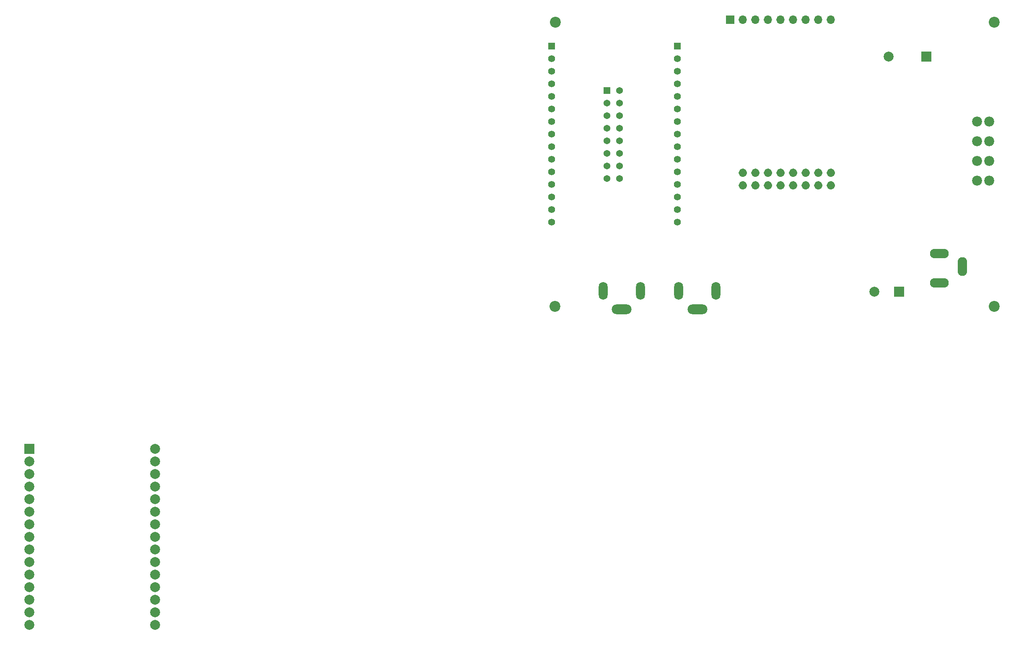
<source format=gbr>
%TF.GenerationSoftware,KiCad,Pcbnew,9.0.0*%
%TF.CreationDate,2025-04-30T10:49:43-04:00*%
%TF.ProjectId,W4MLB_Band_Display_V2,57344d4c-425f-4426-916e-645f44697370,1.0*%
%TF.SameCoordinates,Original*%
%TF.FileFunction,Soldermask,Bot*%
%TF.FilePolarity,Negative*%
%FSLAX46Y46*%
G04 Gerber Fmt 4.6, Leading zero omitted, Abs format (unit mm)*
G04 Created by KiCad (PCBNEW 9.0.0) date 2025-04-30 10:49:43*
%MOMM*%
%LPD*%
G01*
G04 APERTURE LIST*
%ADD10C,0.860984*%
%ADD11C,2.200000*%
%ADD12R,2.000000X2.000000*%
%ADD13C,2.000000*%
%ADD14O,4.000000X2.000000*%
%ADD15O,1.800000X3.600000*%
%ADD16R,1.390000X1.390000*%
%ADD17C,1.390000*%
%ADD18O,3.800000X1.900000*%
%ADD19O,1.900000X3.800000*%
%ADD20R,1.700000X1.700000*%
%ADD21O,1.700000X1.700000*%
%ADD22R,1.370000X1.370000*%
%ADD23C,1.370000*%
%ADD24C,2.019300*%
G04 APERTURE END LIST*
%TO.C,J4*%
D10*
X160900492Y-97460000D02*
G75*
G02*
X160039508Y-97460000I-430492J0D01*
G01*
X160039508Y-97460000D02*
G75*
G02*
X160900492Y-97460000I430492J0D01*
G01*
X160900492Y-100000000D02*
G75*
G02*
X160039508Y-100000000I-430492J0D01*
G01*
X160039508Y-100000000D02*
G75*
G02*
X160900492Y-100000000I430492J0D01*
G01*
X163440492Y-97460000D02*
G75*
G02*
X162579508Y-97460000I-430492J0D01*
G01*
X162579508Y-97460000D02*
G75*
G02*
X163440492Y-97460000I430492J0D01*
G01*
X163440492Y-100000000D02*
G75*
G02*
X162579508Y-100000000I-430492J0D01*
G01*
X162579508Y-100000000D02*
G75*
G02*
X163440492Y-100000000I430492J0D01*
G01*
X165980492Y-97460000D02*
G75*
G02*
X165119508Y-97460000I-430492J0D01*
G01*
X165119508Y-97460000D02*
G75*
G02*
X165980492Y-97460000I430492J0D01*
G01*
X165980492Y-100000000D02*
G75*
G02*
X165119508Y-100000000I-430492J0D01*
G01*
X165119508Y-100000000D02*
G75*
G02*
X165980492Y-100000000I430492J0D01*
G01*
X168520492Y-97460000D02*
G75*
G02*
X167659508Y-97460000I-430492J0D01*
G01*
X167659508Y-97460000D02*
G75*
G02*
X168520492Y-97460000I430492J0D01*
G01*
X168520492Y-100000000D02*
G75*
G02*
X167659508Y-100000000I-430492J0D01*
G01*
X167659508Y-100000000D02*
G75*
G02*
X168520492Y-100000000I430492J0D01*
G01*
X171060492Y-97460000D02*
G75*
G02*
X170199508Y-97460000I-430492J0D01*
G01*
X170199508Y-97460000D02*
G75*
G02*
X171060492Y-97460000I430492J0D01*
G01*
X171060492Y-100000000D02*
G75*
G02*
X170199508Y-100000000I-430492J0D01*
G01*
X170199508Y-100000000D02*
G75*
G02*
X171060492Y-100000000I430492J0D01*
G01*
X173600492Y-97460000D02*
G75*
G02*
X172739508Y-97460000I-430492J0D01*
G01*
X172739508Y-97460000D02*
G75*
G02*
X173600492Y-97460000I430492J0D01*
G01*
X173600492Y-100000000D02*
G75*
G02*
X172739508Y-100000000I-430492J0D01*
G01*
X172739508Y-100000000D02*
G75*
G02*
X173600492Y-100000000I430492J0D01*
G01*
X176140492Y-97460000D02*
G75*
G02*
X175279508Y-97460000I-430492J0D01*
G01*
X175279508Y-97460000D02*
G75*
G02*
X176140492Y-97460000I430492J0D01*
G01*
X176140492Y-100000000D02*
G75*
G02*
X175279508Y-100000000I-430492J0D01*
G01*
X175279508Y-100000000D02*
G75*
G02*
X176140492Y-100000000I430492J0D01*
G01*
X178680492Y-97460000D02*
G75*
G02*
X177819508Y-97460000I-430492J0D01*
G01*
X177819508Y-97460000D02*
G75*
G02*
X178680492Y-97460000I430492J0D01*
G01*
X178680492Y-100000000D02*
G75*
G02*
X177819508Y-100000000I-430492J0D01*
G01*
X177819508Y-100000000D02*
G75*
G02*
X178680492Y-100000000I430492J0D01*
G01*
%TD*%
D11*
%TO.C,MH1*%
X122565534Y-67065534D03*
%TD*%
D12*
%TO.C,BZ1*%
X197500000Y-74000000D03*
D13*
X189900000Y-74000000D03*
%TD*%
D11*
%TO.C,MH4*%
X211264466Y-124464466D03*
%TD*%
%TO.C,MH2*%
X211264466Y-67035534D03*
%TD*%
D14*
%TO.C,J6*%
X151267500Y-125000000D03*
D15*
X147517500Y-121300000D03*
X155017500Y-121300000D03*
%TD*%
D16*
%TO.C,J2*%
X147230000Y-71860000D03*
D17*
X147230000Y-74400000D03*
X147230000Y-76940000D03*
X147230000Y-79480000D03*
X147230000Y-82020000D03*
X147230000Y-84560000D03*
X147230000Y-87100000D03*
X147230000Y-89640000D03*
X147230000Y-92180000D03*
X147230000Y-94720000D03*
X147230000Y-97260000D03*
X147230000Y-99800000D03*
X147230000Y-102340000D03*
X147230000Y-104880000D03*
X147230000Y-107420000D03*
%TD*%
D18*
%TO.C,J8*%
X200200000Y-113737500D03*
X200200000Y-119667500D03*
D19*
X204850000Y-116417500D03*
%TD*%
D20*
%TO.C,J9*%
X157930000Y-66500000D03*
D21*
X160470000Y-66500000D03*
X163010000Y-66500000D03*
X165550000Y-66500000D03*
X168090000Y-66500000D03*
X170630000Y-66500000D03*
X173170000Y-66500000D03*
X175710000Y-66500000D03*
X178250000Y-66500000D03*
%TD*%
D11*
%TO.C,MH3*%
X122535534Y-124464466D03*
%TD*%
D14*
%TO.C,J5*%
X136017500Y-125000000D03*
D15*
X132267500Y-121300000D03*
X139767500Y-121300000D03*
%TD*%
D12*
%TO.C,U1*%
X16350000Y-153190000D03*
D13*
X16350000Y-155730000D03*
X16350000Y-158270000D03*
X16350000Y-160810000D03*
X16350000Y-163350000D03*
X16350000Y-165890000D03*
X16350000Y-168430000D03*
X16350000Y-170970000D03*
X16350000Y-173510000D03*
X16350000Y-176050000D03*
X16350000Y-178590000D03*
X16350000Y-181130000D03*
X16350000Y-183670000D03*
X16350000Y-186210000D03*
X16350000Y-188750000D03*
X41750000Y-188750000D03*
X41750000Y-186210000D03*
X41750000Y-183670000D03*
X41750000Y-181130000D03*
X41750000Y-178590000D03*
X41750000Y-176050000D03*
X41750000Y-173510000D03*
X41750000Y-170970000D03*
X41750000Y-168430000D03*
X41750000Y-165890000D03*
X41750000Y-163350000D03*
X41750000Y-160810000D03*
X41750000Y-158270000D03*
X41750000Y-155730000D03*
X41750000Y-153190000D03*
%TD*%
D12*
%TO.C,C2*%
X192000000Y-121500000D03*
D13*
X187000000Y-121500000D03*
%TD*%
D16*
%TO.C,J1*%
X121830000Y-71860000D03*
D17*
X121830000Y-74400000D03*
X121830000Y-76940000D03*
X121830000Y-79480000D03*
X121830000Y-82020000D03*
X121830000Y-84560000D03*
X121830000Y-87100000D03*
X121830000Y-89640000D03*
X121830000Y-92180000D03*
X121830000Y-94720000D03*
X121830000Y-97260000D03*
X121830000Y-99800000D03*
X121830000Y-102340000D03*
X121830000Y-104880000D03*
X121830000Y-107420000D03*
%TD*%
D22*
%TO.C,J3*%
X133010000Y-80802500D03*
D23*
X135550000Y-80802500D03*
X133010000Y-83342500D03*
X135550000Y-83342500D03*
X133010000Y-85882500D03*
X135550000Y-85882500D03*
X133010000Y-88422500D03*
X135550000Y-88422500D03*
X133010000Y-90962500D03*
X135550000Y-90962500D03*
X133010000Y-93502500D03*
X135550000Y-93502500D03*
X133010000Y-96042500D03*
X135550000Y-96042500D03*
X133010000Y-98582500D03*
X135550000Y-98582500D03*
%TD*%
D24*
%TO.C,J7*%
X210200000Y-87130000D03*
X207740000Y-87130000D03*
X210200000Y-91090000D03*
X207740000Y-91090000D03*
X210200000Y-95050000D03*
X207740000Y-95050000D03*
X210200000Y-99010000D03*
X207740000Y-99010000D03*
%TD*%
M02*

</source>
